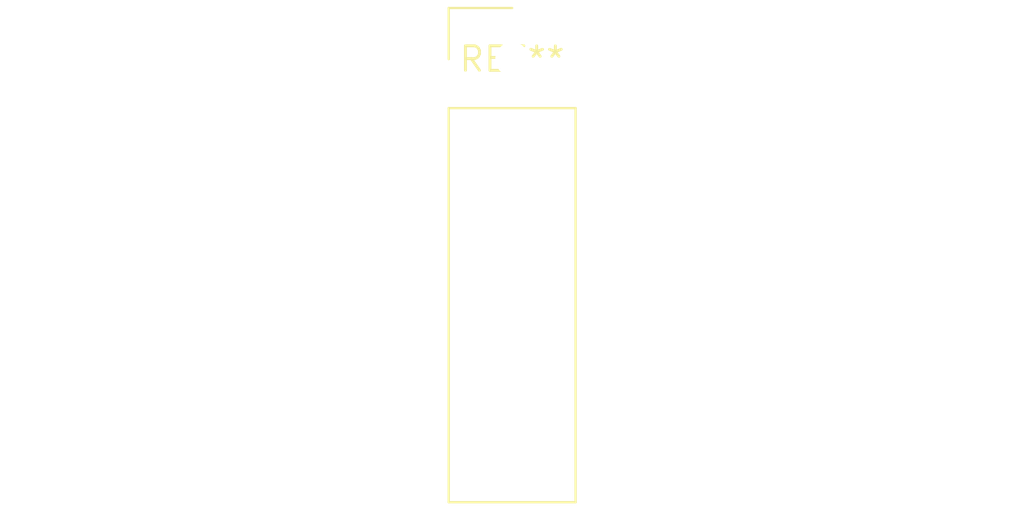
<source format=kicad_pcb>
(kicad_pcb (version 20240108) (generator pcbnew)
  (layers (0 "F.Cu" signal) (31 "B.Cu" signal) (34 "B.Paste" user) (35 "F.Paste" user) (36 "B.SilkS" user "B.Silkscreen") (37 "F.SilkS" user "F.Silkscreen") (38 "B.Mask" user) (39 "F.Mask" user) (44 "Edge.Cuts" user))
  (net 0 "")
  (footprint "Samtec_HPM-05-05-x-S_Straight_1x05_Pitch5.08mm" (layer "F.Cu") (at 0 0)
    (property "Reference" "REF**")
    (property "Value" "Samtec_HPM-05-05-x-S_Straight_1x05_Pitch5.08mm")
    (fp_line (start -3.285 -2.65) (end 0 -2.65) (layer "F.SilkS") (stroke (width 0.12)))
    (fp_line (start -3.285 0) (end -3.285 -2.65) (layer "F.SilkS") (stroke (width 0.12)))
    (fp_line (start -3.285 2.54) (end -3.285 22.97) (layer "F.SilkS") (stroke (width 0.12)))
    (fp_line (start -3.285 2.54) (end 3.285 2.54) (layer "F.SilkS") (stroke (width 0.12)))
    (fp_line (start -3.285 22.97) (end 3.285 22.97) (layer "F.SilkS") (stroke (width 0.12)))
    (fp_line (start 3.285 2.54) (end 3.285 22.97) (layer "F.SilkS") (stroke (width 0.12)))
    (pad "1" thru_hole rect (at 0 0) (size 2.8 2.8) (drill 1.75) (layers *.Cu *.Mask) (remove_unused_layers))
    (pad "2" thru_hole circle (at 0 5.08) (size 2.8 2.8) (drill 1.75) (layers *.Cu *.Mask) (remove_unused_layers))
    (pad "3" thru_hole circle (at 0 10.16) (size 2.8 2.8) (drill 1.75) (layers *.Cu *.Mask) (remove_unused_layers))
    (pad "4" thru_hole circle (at 0 15.24) (size 2.8 2.8) (drill 1.75) (layers *.Cu *.Mask) (remove_unused_layers))
    (pad "5" thru_hole circle (at 0 20.32) (size 2.8 2.8) (drill 1.75) (layers *.Cu *.Mask) (remove_unused_layers))
  )
)
</source>
